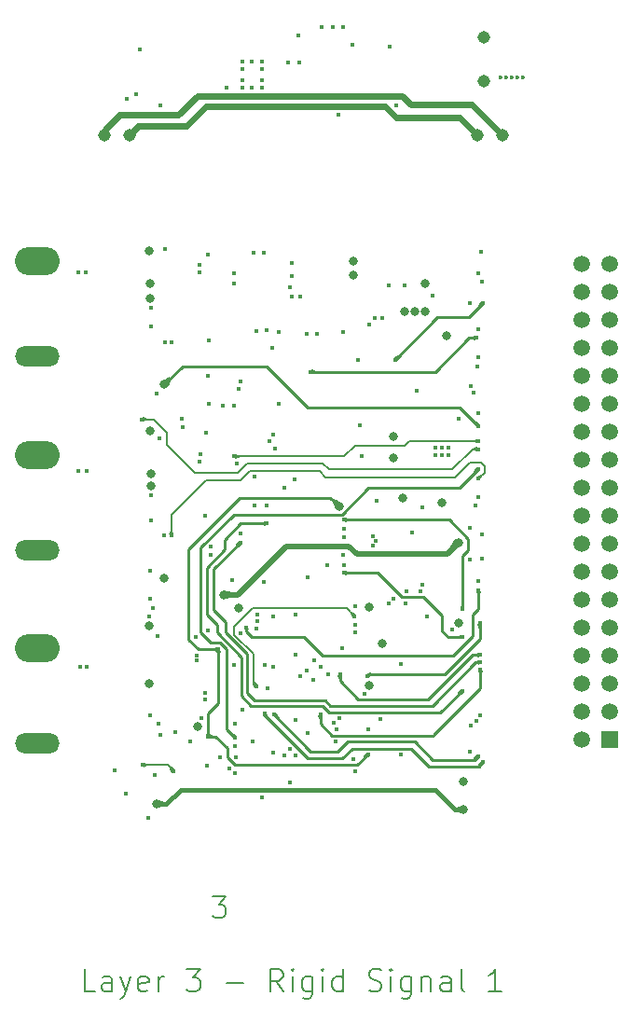
<source format=gbr>
%TF.GenerationSoftware,KiCad,Pcbnew,8.0.2*%
%TF.CreationDate,2024-10-13T20:55:12-05:00*%
%TF.ProjectId,PM1C_Rev_1_2,504d3143-5f52-4657-965f-315f322e6b69,1*%
%TF.SameCoordinates,PX297003ePY8770cd2*%
%TF.FileFunction,Copper,L3,Inr*%
%TF.FilePolarity,Positive*%
%FSLAX46Y46*%
G04 Gerber Fmt 4.6, Leading zero omitted, Abs format (unit mm)*
G04 Created by KiCad (PCBNEW 8.0.2) date 2024-10-13 20:55:12*
%MOMM*%
%LPD*%
G01*
G04 APERTURE LIST*
%ADD10C,0.200000*%
%TA.AperFunction,NonConductor*%
%ADD11C,0.200000*%
%TD*%
%TA.AperFunction,ComponentPad*%
%ADD12O,4.064000X2.540000*%
%TD*%
%TA.AperFunction,ComponentPad*%
%ADD13O,4.064000X1.828800*%
%TD*%
%TA.AperFunction,ComponentPad*%
%ADD14R,1.500000X1.500000*%
%TD*%
%TA.AperFunction,ComponentPad*%
%ADD15C,1.500000*%
%TD*%
%TA.AperFunction,ComponentPad*%
%ADD16C,0.800000*%
%TD*%
%TA.AperFunction,ComponentPad*%
%ADD17C,1.143000*%
%TD*%
%TA.AperFunction,ComponentPad*%
%ADD18C,1.141748*%
%TD*%
%TA.AperFunction,ViaPad*%
%ADD19C,0.450000*%
%TD*%
%TA.AperFunction,ViaPad*%
%ADD20C,0.800000*%
%TD*%
%TA.AperFunction,ViaPad*%
%ADD21C,0.360000*%
%TD*%
%TA.AperFunction,Conductor*%
%ADD22C,0.254000*%
%TD*%
%TA.AperFunction,Conductor*%
%ADD23C,0.200000*%
%TD*%
%TA.AperFunction,Conductor*%
%ADD24C,0.250000*%
%TD*%
%TA.AperFunction,Conductor*%
%ADD25C,0.400000*%
%TD*%
%TA.AperFunction,Conductor*%
%ADD26C,0.600000*%
%TD*%
%TA.AperFunction,Conductor*%
%ADD27C,0.500000*%
%TD*%
G04 APERTURE END LIST*
D10*
D11*
X17761954Y-3699513D02*
X16809573Y-3699513D01*
X16809573Y-3699513D02*
X16809573Y-1699513D01*
X19285764Y-3699513D02*
X19285764Y-2651894D01*
X19285764Y-2651894D02*
X19190526Y-2461417D01*
X19190526Y-2461417D02*
X19000050Y-2366179D01*
X19000050Y-2366179D02*
X18619097Y-2366179D01*
X18619097Y-2366179D02*
X18428621Y-2461417D01*
X19285764Y-3604275D02*
X19095288Y-3699513D01*
X19095288Y-3699513D02*
X18619097Y-3699513D01*
X18619097Y-3699513D02*
X18428621Y-3604275D01*
X18428621Y-3604275D02*
X18333383Y-3413798D01*
X18333383Y-3413798D02*
X18333383Y-3223322D01*
X18333383Y-3223322D02*
X18428621Y-3032846D01*
X18428621Y-3032846D02*
X18619097Y-2937608D01*
X18619097Y-2937608D02*
X19095288Y-2937608D01*
X19095288Y-2937608D02*
X19285764Y-2842370D01*
X20047669Y-2366179D02*
X20523859Y-3699513D01*
X21000050Y-2366179D02*
X20523859Y-3699513D01*
X20523859Y-3699513D02*
X20333383Y-4175703D01*
X20333383Y-4175703D02*
X20238145Y-4270941D01*
X20238145Y-4270941D02*
X20047669Y-4366179D01*
X22523860Y-3604275D02*
X22333384Y-3699513D01*
X22333384Y-3699513D02*
X21952431Y-3699513D01*
X21952431Y-3699513D02*
X21761955Y-3604275D01*
X21761955Y-3604275D02*
X21666717Y-3413798D01*
X21666717Y-3413798D02*
X21666717Y-2651894D01*
X21666717Y-2651894D02*
X21761955Y-2461417D01*
X21761955Y-2461417D02*
X21952431Y-2366179D01*
X21952431Y-2366179D02*
X22333384Y-2366179D01*
X22333384Y-2366179D02*
X22523860Y-2461417D01*
X22523860Y-2461417D02*
X22619098Y-2651894D01*
X22619098Y-2651894D02*
X22619098Y-2842370D01*
X22619098Y-2842370D02*
X21666717Y-3032846D01*
X23476241Y-3699513D02*
X23476241Y-2366179D01*
X23476241Y-2747132D02*
X23571479Y-2556655D01*
X23571479Y-2556655D02*
X23666717Y-2461417D01*
X23666717Y-2461417D02*
X23857193Y-2366179D01*
X23857193Y-2366179D02*
X24047670Y-2366179D01*
X26047670Y-1699513D02*
X27285765Y-1699513D01*
X27285765Y-1699513D02*
X26619098Y-2461417D01*
X26619098Y-2461417D02*
X26904813Y-2461417D01*
X26904813Y-2461417D02*
X27095289Y-2556655D01*
X27095289Y-2556655D02*
X27190527Y-2651894D01*
X27190527Y-2651894D02*
X27285765Y-2842370D01*
X27285765Y-2842370D02*
X27285765Y-3318560D01*
X27285765Y-3318560D02*
X27190527Y-3509036D01*
X27190527Y-3509036D02*
X27095289Y-3604275D01*
X27095289Y-3604275D02*
X26904813Y-3699513D01*
X26904813Y-3699513D02*
X26333384Y-3699513D01*
X26333384Y-3699513D02*
X26142908Y-3604275D01*
X26142908Y-3604275D02*
X26047670Y-3509036D01*
X29666718Y-2937608D02*
X31190528Y-2937608D01*
X34809575Y-3699513D02*
X34142908Y-2747132D01*
X33666718Y-3699513D02*
X33666718Y-1699513D01*
X33666718Y-1699513D02*
X34428623Y-1699513D01*
X34428623Y-1699513D02*
X34619099Y-1794751D01*
X34619099Y-1794751D02*
X34714337Y-1889989D01*
X34714337Y-1889989D02*
X34809575Y-2080465D01*
X34809575Y-2080465D02*
X34809575Y-2366179D01*
X34809575Y-2366179D02*
X34714337Y-2556655D01*
X34714337Y-2556655D02*
X34619099Y-2651894D01*
X34619099Y-2651894D02*
X34428623Y-2747132D01*
X34428623Y-2747132D02*
X33666718Y-2747132D01*
X35666718Y-3699513D02*
X35666718Y-2366179D01*
X35666718Y-1699513D02*
X35571480Y-1794751D01*
X35571480Y-1794751D02*
X35666718Y-1889989D01*
X35666718Y-1889989D02*
X35761956Y-1794751D01*
X35761956Y-1794751D02*
X35666718Y-1699513D01*
X35666718Y-1699513D02*
X35666718Y-1889989D01*
X37476242Y-2366179D02*
X37476242Y-3985227D01*
X37476242Y-3985227D02*
X37381004Y-4175703D01*
X37381004Y-4175703D02*
X37285766Y-4270941D01*
X37285766Y-4270941D02*
X37095289Y-4366179D01*
X37095289Y-4366179D02*
X36809575Y-4366179D01*
X36809575Y-4366179D02*
X36619099Y-4270941D01*
X37476242Y-3604275D02*
X37285766Y-3699513D01*
X37285766Y-3699513D02*
X36904813Y-3699513D01*
X36904813Y-3699513D02*
X36714337Y-3604275D01*
X36714337Y-3604275D02*
X36619099Y-3509036D01*
X36619099Y-3509036D02*
X36523861Y-3318560D01*
X36523861Y-3318560D02*
X36523861Y-2747132D01*
X36523861Y-2747132D02*
X36619099Y-2556655D01*
X36619099Y-2556655D02*
X36714337Y-2461417D01*
X36714337Y-2461417D02*
X36904813Y-2366179D01*
X36904813Y-2366179D02*
X37285766Y-2366179D01*
X37285766Y-2366179D02*
X37476242Y-2461417D01*
X38428623Y-3699513D02*
X38428623Y-2366179D01*
X38428623Y-1699513D02*
X38333385Y-1794751D01*
X38333385Y-1794751D02*
X38428623Y-1889989D01*
X38428623Y-1889989D02*
X38523861Y-1794751D01*
X38523861Y-1794751D02*
X38428623Y-1699513D01*
X38428623Y-1699513D02*
X38428623Y-1889989D01*
X40238147Y-3699513D02*
X40238147Y-1699513D01*
X40238147Y-3604275D02*
X40047671Y-3699513D01*
X40047671Y-3699513D02*
X39666718Y-3699513D01*
X39666718Y-3699513D02*
X39476242Y-3604275D01*
X39476242Y-3604275D02*
X39381004Y-3509036D01*
X39381004Y-3509036D02*
X39285766Y-3318560D01*
X39285766Y-3318560D02*
X39285766Y-2747132D01*
X39285766Y-2747132D02*
X39381004Y-2556655D01*
X39381004Y-2556655D02*
X39476242Y-2461417D01*
X39476242Y-2461417D02*
X39666718Y-2366179D01*
X39666718Y-2366179D02*
X40047671Y-2366179D01*
X40047671Y-2366179D02*
X40238147Y-2461417D01*
X42619100Y-3604275D02*
X42904814Y-3699513D01*
X42904814Y-3699513D02*
X43381005Y-3699513D01*
X43381005Y-3699513D02*
X43571481Y-3604275D01*
X43571481Y-3604275D02*
X43666719Y-3509036D01*
X43666719Y-3509036D02*
X43761957Y-3318560D01*
X43761957Y-3318560D02*
X43761957Y-3128084D01*
X43761957Y-3128084D02*
X43666719Y-2937608D01*
X43666719Y-2937608D02*
X43571481Y-2842370D01*
X43571481Y-2842370D02*
X43381005Y-2747132D01*
X43381005Y-2747132D02*
X43000052Y-2651894D01*
X43000052Y-2651894D02*
X42809576Y-2556655D01*
X42809576Y-2556655D02*
X42714338Y-2461417D01*
X42714338Y-2461417D02*
X42619100Y-2270941D01*
X42619100Y-2270941D02*
X42619100Y-2080465D01*
X42619100Y-2080465D02*
X42714338Y-1889989D01*
X42714338Y-1889989D02*
X42809576Y-1794751D01*
X42809576Y-1794751D02*
X43000052Y-1699513D01*
X43000052Y-1699513D02*
X43476243Y-1699513D01*
X43476243Y-1699513D02*
X43761957Y-1794751D01*
X44619100Y-3699513D02*
X44619100Y-2366179D01*
X44619100Y-1699513D02*
X44523862Y-1794751D01*
X44523862Y-1794751D02*
X44619100Y-1889989D01*
X44619100Y-1889989D02*
X44714338Y-1794751D01*
X44714338Y-1794751D02*
X44619100Y-1699513D01*
X44619100Y-1699513D02*
X44619100Y-1889989D01*
X46428624Y-2366179D02*
X46428624Y-3985227D01*
X46428624Y-3985227D02*
X46333386Y-4175703D01*
X46333386Y-4175703D02*
X46238148Y-4270941D01*
X46238148Y-4270941D02*
X46047671Y-4366179D01*
X46047671Y-4366179D02*
X45761957Y-4366179D01*
X45761957Y-4366179D02*
X45571481Y-4270941D01*
X46428624Y-3604275D02*
X46238148Y-3699513D01*
X46238148Y-3699513D02*
X45857195Y-3699513D01*
X45857195Y-3699513D02*
X45666719Y-3604275D01*
X45666719Y-3604275D02*
X45571481Y-3509036D01*
X45571481Y-3509036D02*
X45476243Y-3318560D01*
X45476243Y-3318560D02*
X45476243Y-2747132D01*
X45476243Y-2747132D02*
X45571481Y-2556655D01*
X45571481Y-2556655D02*
X45666719Y-2461417D01*
X45666719Y-2461417D02*
X45857195Y-2366179D01*
X45857195Y-2366179D02*
X46238148Y-2366179D01*
X46238148Y-2366179D02*
X46428624Y-2461417D01*
X47381005Y-2366179D02*
X47381005Y-3699513D01*
X47381005Y-2556655D02*
X47476243Y-2461417D01*
X47476243Y-2461417D02*
X47666719Y-2366179D01*
X47666719Y-2366179D02*
X47952434Y-2366179D01*
X47952434Y-2366179D02*
X48142910Y-2461417D01*
X48142910Y-2461417D02*
X48238148Y-2651894D01*
X48238148Y-2651894D02*
X48238148Y-3699513D01*
X50047672Y-3699513D02*
X50047672Y-2651894D01*
X50047672Y-2651894D02*
X49952434Y-2461417D01*
X49952434Y-2461417D02*
X49761958Y-2366179D01*
X49761958Y-2366179D02*
X49381005Y-2366179D01*
X49381005Y-2366179D02*
X49190529Y-2461417D01*
X50047672Y-3604275D02*
X49857196Y-3699513D01*
X49857196Y-3699513D02*
X49381005Y-3699513D01*
X49381005Y-3699513D02*
X49190529Y-3604275D01*
X49190529Y-3604275D02*
X49095291Y-3413798D01*
X49095291Y-3413798D02*
X49095291Y-3223322D01*
X49095291Y-3223322D02*
X49190529Y-3032846D01*
X49190529Y-3032846D02*
X49381005Y-2937608D01*
X49381005Y-2937608D02*
X49857196Y-2937608D01*
X49857196Y-2937608D02*
X50047672Y-2842370D01*
X51285767Y-3699513D02*
X51095291Y-3604275D01*
X51095291Y-3604275D02*
X51000053Y-3413798D01*
X51000053Y-3413798D02*
X51000053Y-1699513D01*
X54619101Y-3699513D02*
X53476244Y-3699513D01*
X54047672Y-3699513D02*
X54047672Y-1699513D01*
X54047672Y-1699513D02*
X53857196Y-1985227D01*
X53857196Y-1985227D02*
X53666720Y-2175703D01*
X53666720Y-2175703D02*
X53476244Y-2270941D01*
D10*
D11*
X28392292Y4955162D02*
X29630387Y4955162D01*
X29630387Y4955162D02*
X28963720Y4193258D01*
X28963720Y4193258D02*
X29249435Y4193258D01*
X29249435Y4193258D02*
X29439911Y4098020D01*
X29439911Y4098020D02*
X29535149Y4002781D01*
X29535149Y4002781D02*
X29630387Y3812305D01*
X29630387Y3812305D02*
X29630387Y3336115D01*
X29630387Y3336115D02*
X29535149Y3145639D01*
X29535149Y3145639D02*
X29439911Y3050400D01*
X29439911Y3050400D02*
X29249435Y2955162D01*
X29249435Y2955162D02*
X28678006Y2955162D01*
X28678006Y2955162D02*
X28487530Y3050400D01*
X28487530Y3050400D02*
X28392292Y3145639D01*
D12*
%TO.N,Net-(BAT2-+)*%
%TO.C,BAT2*%
X12528200Y45005150D03*
D13*
%TO.N,Net-(BAT2--)*%
X12528200Y36362750D03*
%TD*%
D12*
%TO.N,Net-(BAT1-+)*%
%TO.C,BAT1*%
X12511180Y62601390D03*
D13*
%TO.N,Net-(BAT1--)*%
X12511180Y53958990D03*
%TD*%
D14*
%TO.N,/Test Points/RXCAN*%
%TO.C,H1*%
X64517200Y19142830D03*
D15*
%TO.N,3V3*%
X61977200Y19142830D03*
%TO.N,/Test Points/TXCAN*%
X64517200Y21682830D03*
%TO.N,GND*%
X61977200Y21682830D03*
%TO.N,/Test Points/SCK0*%
X64517200Y24222830D03*
%TO.N,TCK_CPLD*%
X61977200Y24222830D03*
%TO.N,/Test Points/MOSI0*%
X64517200Y26762830D03*
%TO.N,TDO_CPLD*%
X61977200Y26762830D03*
%TO.N,/Test Points/MISO0*%
X64517200Y29302830D03*
%TO.N,TDI_CPLD*%
X61977200Y29302830D03*
%TO.N,/Test Points/SCK1*%
X64517200Y31842830D03*
%TO.N,TMS_CPLD*%
X61977200Y31842830D03*
%TO.N,/Test Points/MOSI1*%
X64517200Y34382830D03*
%TO.N,/Test Points/TXD0*%
X61977200Y34382830D03*
%TO.N,/Test Points/MISO1*%
X64517200Y36922830D03*
%TO.N,/Test Points/RXD0*%
X61977200Y36922830D03*
%TO.N,GND*%
X64517200Y39462830D03*
X61977200Y39462830D03*
%TO.N,/I2C Multiplexing/SCLOCK*%
X64517200Y42002830D03*
%TO.N,nRESET*%
X61977200Y42002830D03*
%TO.N,/I2C Multiplexing/SDATA*%
X64517200Y44542830D03*
%TO.N,nDRESET*%
X61977200Y44542830D03*
%TO.N,VSYS*%
X64517200Y47082830D03*
%TO.N,nBOOT*%
X61977200Y47082830D03*
%TO.N,VSUPPLY*%
X64517200Y49622830D03*
%TO.N,/Microcontroller/nTRST_LPC*%
X61977200Y49622830D03*
%TO.N,VNET*%
X64517200Y52162830D03*
%TO.N,/Microcontroller/TCK_LPC*%
X61977200Y52162830D03*
%TO.N,n3V3*%
X64517200Y54702830D03*
%TO.N,/Microcontroller/TMS_LPC*%
X61977200Y54702830D03*
%TO.N,1V8*%
X64517200Y57242830D03*
%TO.N,/Microcontroller/TDO_LPC*%
X61977200Y57242830D03*
%TO.N,VREC*%
X64517200Y59782830D03*
%TO.N,/Microcontroller/TDI_LPC*%
X61977200Y59782830D03*
%TO.N,GND*%
X64517200Y62322830D03*
%TO.N,/Microcontroller/RTCK_LPC*%
X61977200Y62322830D03*
%TD*%
D12*
%TO.N,Net-(BAT3-+)*%
%TO.C,BAT3*%
X12528200Y27428350D03*
D13*
%TO.N,Net-(BAT3--)*%
X12528200Y18785950D03*
%TD*%
D16*
%TO.N,Net-(U1-IN+)*%
%TO.C,RV1*%
X41234900Y61265290D03*
%TO.N,GND*%
X41234900Y62535290D03*
%TD*%
D17*
%TO.N,BUSA*%
%TO.C,J1*%
X54749600Y74029700D03*
%TO.N,BUSB*%
X52459600Y74029700D03*
X20859600Y74029700D03*
D18*
%TO.N,BUSA*%
X18572137Y74027305D03*
D17*
%TO.N,RADANT*%
X53039600Y78929700D03*
%TO.N,ENCL*%
X53034600Y82929700D03*
%TD*%
D19*
%TO.N,nRESET*%
X46952200Y50815350D03*
X40177200Y27415350D03*
X29977200Y16540350D03*
X44827200Y31944700D03*
X52527200Y41150350D03*
%TO.N,/Microcontroller/LOAD_AN*%
X33927200Y25761340D03*
%TO.N,VNET*%
X41777200Y47665350D03*
X52427200Y53009840D03*
X41640860Y53565360D03*
X33537200Y46240350D03*
X47877200Y30340350D03*
%TO.N,/Microcontroller/RTCK_LPC*%
X52527200Y61470350D03*
X39400000Y20640350D03*
%TO.N,/CPLD/DISCHG*%
X35852200Y42790350D03*
X34927200Y17740350D03*
%TO.N,/Battery 1 Conditioning/nSHDNBT1*%
X27806530Y47015350D03*
X32045000Y19005000D03*
%TO.N,/Test Points/TXD0*%
X39630000Y18935000D03*
X52527200Y33530350D03*
%TO.N,Net-(U46-VDDA_(1V8))*%
X42527200Y17815470D03*
D20*
X39902200Y40315350D03*
D19*
X27999325Y19403922D03*
X28927200Y27315350D03*
%TO.N,/Battery 3 Conditioning/nSHDNCHG3*%
X27766538Y22786437D03*
X38902200Y25065350D03*
%TO.N,TMS_CPLD*%
X40327200Y39090350D03*
X51107200Y30990350D03*
%TO.N,/I2C Multiplexing/SCLOCK*%
X24677400Y37688350D03*
X43827200Y57390350D03*
X26349570Y18949794D03*
X37002200Y55990350D03*
X39931210Y21065350D03*
X44429600Y31484700D03*
X52527200Y42809840D03*
X20624600Y77304700D03*
X30402200Y60565350D03*
X24704570Y55179794D03*
%TO.N,/I2C Multiplexing/SDATA*%
X24877200Y16290350D03*
X30402200Y61440350D03*
X52527200Y45509840D03*
X42193426Y23331574D03*
X21449600Y77754700D03*
X43127200Y57390350D03*
X23489570Y20539794D03*
X21984570Y48219794D03*
X23024570Y31119794D03*
X22024570Y16849794D03*
X45944600Y31504700D03*
X37902200Y55976780D03*
%TO.N,TDO_CPLD*%
X52727200Y26159840D03*
X30927200Y37040350D03*
%TO.N,3V3*%
X22577200Y12000350D03*
X21827200Y81759840D03*
X22834570Y58309794D03*
X32164700Y63325350D03*
X22834570Y41359794D03*
X36402200Y59340350D03*
X41227200Y17390350D03*
X44427200Y60390350D03*
X45477200Y25975350D03*
X40309570Y34957030D03*
X27909570Y16749794D03*
X32465000Y29865000D03*
X27975060Y29088210D03*
X22659570Y30334794D03*
X22724570Y34488232D03*
X41977200Y44915350D03*
X42602200Y56840350D03*
D20*
X49277200Y40615350D03*
D19*
X29695000Y78290350D03*
X30977200Y28825350D03*
X25577200Y48290350D03*
X51817200Y18000350D03*
X28277200Y35940350D03*
X23709570Y19569794D03*
X23344570Y50559794D03*
X45552200Y17790350D03*
X27975060Y63140350D03*
X33818160Y54740350D03*
%TO.N,TDI_CPLD*%
X51107200Y28450350D03*
X40317890Y34290350D03*
%TO.N,/Microcontroller/TCK_LPC*%
X35927200Y20915350D03*
X31152200Y21815350D03*
X51827200Y51259840D03*
%TO.N,TCK_CPLD*%
X51077200Y23559840D03*
X33352200Y38765350D03*
%TO.N,/Microcontroller/THRM*%
X36402200Y24865350D03*
%TO.N,nBOOT*%
X52527200Y46230350D03*
X33177200Y25890350D03*
X30377200Y44840350D03*
%TO.N,/Battery 1 Conditioning/nSHDNCHG1*%
X33927200Y17915350D03*
X28045000Y55340350D03*
%TO.N,/Microcontroller/TMS_LPC*%
X52527200Y53850350D03*
X30402200Y25890350D03*
%TO.N,/Microcontroller/nTRST_LPC*%
X42527080Y20065350D03*
X52527200Y48770350D03*
%TO.N,/Microcontroller/TDO_LPC*%
X52527200Y56390350D03*
X30452200Y18565350D03*
%TO.N,/Microcontroller/nCSRAM*%
X37027200Y19725350D03*
%TO.N,/Test Points/SCK1*%
X29377200Y49459840D03*
X31500000Y29340350D03*
X52577200Y32709840D03*
X39302330Y83865190D03*
%TO.N,/Test Points/MISO0*%
X42453425Y24941575D03*
X52677200Y29709840D03*
X37577200Y24565350D03*
%TO.N,/Battery 2 Conditioning/nSHDNCHG2*%
X35927200Y30465350D03*
X27752200Y39475000D03*
%TO.N,/Battery 3 Conditioning/nSHDNBT3*%
X37602200Y26300350D03*
%TO.N,RADINT0*%
X32430000Y29235000D03*
X36247130Y80590190D03*
%TO.N,/Microcontroller/nCSFLA*%
X36972210Y25366190D03*
%TO.N,/Battery 2 Conditioning/nSHDNBT2*%
X30180000Y33630000D03*
X35927200Y26840350D03*
%TO.N,/Microcontroller/SSEL1*%
X29077200Y17540350D03*
%TO.N,/Microcontroller/ACCINT*%
X32450000Y30510000D03*
X23699600Y76739700D03*
%TO.N,/Microcontroller/TDI_LPC*%
X30452200Y20565350D03*
X51817039Y58797263D03*
X41352200Y16290350D03*
%TO.N,nCSRAD*%
X35247130Y80590190D03*
X35477200Y60209840D03*
X41352200Y29565350D03*
%TO.N,/Microcontroller/PWMBT*%
X33927200Y46840350D03*
X41352200Y28840350D03*
%TO.N,/Battery 1 Conditioning/SDATA1*%
X22827200Y56634794D03*
%TO.N,/Battery 1 Conditioning/SCLOCK1*%
X24099570Y55194794D03*
%TO.N,/Battery 2 Conditioning/SDATA2*%
X22827200Y39064794D03*
%TO.N,/Battery 2 Conditioning/SCLOCK2*%
X23994570Y37674794D03*
%TO.N,/CPLD/SCKSEL3*%
X30927200Y37865350D03*
X27429570Y21069465D03*
%TO.N,/Battery 3 Conditioning/SDATA3*%
X22750670Y21313294D03*
%TO.N,/Battery 3 Conditioning/SCLOCK3*%
X24989570Y19849794D03*
%TO.N,Net-(C10-Pad1)*%
X43330000Y40775000D03*
X28252200Y36665350D03*
D20*
X45702200Y41040350D03*
D19*
X41352200Y31215350D03*
X34077200Y45540350D03*
%TO.N,/CPLD/nPHB*%
X40327200Y38290350D03*
X30927200Y51640350D03*
%TO.N,/CPLD/CKCPLD*%
X26853775Y28463775D03*
X37052200Y33840350D03*
%TO.N,/Battery 3 Conditioning/DISCHG3*%
X20577200Y14200350D03*
X30577200Y44190430D03*
%TO.N,/CPLD/SNSEN*%
X40327200Y37490350D03*
X40302200Y56105350D03*
%TO.N,/Battery 1 Conditioning/DISCHG1*%
X25727200Y47515350D03*
%TO.N,/CPLD/nSENSE*%
X30777200Y50940350D03*
X40277200Y35890350D03*
%TO.N,/Battery 2 Conditioning/DISCHG2*%
X32252120Y43015430D03*
X22777200Y31913230D03*
%TO.N,/Test Points/SCK0*%
X52727200Y25509840D03*
X38227200Y21440350D03*
%TO.N,/Test Points/MISO1*%
X38302330Y83865240D03*
X34025000Y21417350D03*
X52527200Y17650350D03*
X52904570Y37774794D03*
%TO.N,/Test Points/RXCAN*%
X51825000Y20380000D03*
X35427120Y18315350D03*
%TO.N,/Test Points/RXD0*%
X51754570Y35489794D03*
X39677200Y20065350D03*
%TO.N,/Test Points/MOSI0*%
X39977200Y25065350D03*
X52727200Y26809840D03*
%TO.N,n3V3*%
X52377200Y55609840D03*
X27985330Y52190350D03*
X35627200Y59340350D03*
X37277200Y52540350D03*
D20*
%TO.N,Net-(D6-C)*%
X42602200Y24065350D03*
%TO.N,Net-(D2-C)*%
X43852200Y27865350D03*
%TO.N,Net-(D10-A)*%
X49702200Y55815350D03*
%TO.N,Net-(U20-VIN)*%
X47727200Y60540350D03*
D19*
X45827200Y60390350D03*
X48427200Y59440350D03*
%TO.N,Net-(U38-~{CTL})*%
X19502200Y16385000D03*
%TO.N,/Battery 3 Conditioning/VBT3*%
X26938046Y26776872D03*
X26934570Y26329796D03*
X16974570Y25724794D03*
X16379570Y25719794D03*
X23144570Y15904794D03*
D20*
%TO.N,VSYS*%
X23302200Y13300350D03*
X51177200Y12800350D03*
D19*
X32388183Y23996704D03*
D20*
X24052400Y33813230D03*
D19*
X32352200Y56215350D03*
X52560000Y47625000D03*
X41304600Y30334700D03*
X32227200Y40390350D03*
D20*
X24052400Y51390230D03*
D19*
%TO.N,/Battery 2 Conditioning/VBT2*%
X27252320Y44334794D03*
X16954570Y43499794D03*
X27277320Y45019794D03*
X16199570Y43499794D03*
%TO.N,/Battery 1 Conditioning/VBT1*%
X16259570Y61549794D03*
X27227200Y61544794D03*
X16909570Y61549794D03*
X27217200Y62196550D03*
D20*
%TO.N,Net-(U19-FB)*%
X44877200Y44740350D03*
%TO.N,Net-(U19-SW)*%
X44852200Y46690350D03*
D19*
%TO.N,Net-(U40-G1)*%
X30515000Y17565000D03*
X33433420Y23804794D03*
%TO.N,Net-(U32-G1)*%
X33077200Y33465350D03*
X33302200Y40390350D03*
%TO.N,Net-(U24-G1)*%
X33328425Y56291575D03*
X30327200Y49459840D03*
%TO.N,/Test Points/TXCAN*%
X35917890Y17740350D03*
X52727200Y21309840D03*
%TO.N,/Test Points/MOSI1*%
X52914570Y35609794D03*
X40302200Y83865350D03*
X52969570Y17079794D03*
X34902200Y42040350D03*
X33132729Y21513509D03*
%TO.N,Net-(D2-A)*%
X50164700Y29127850D03*
%TO.N,GND*%
X52277200Y40409840D03*
X52804570Y63384794D03*
D20*
X45827200Y58040350D03*
D19*
X31993160Y78290350D03*
D20*
X42614600Y31149700D03*
D19*
X23377200Y28507030D03*
D20*
X22719570Y60579794D03*
D19*
X48629190Y44991140D03*
X33052200Y63300350D03*
D20*
X22827200Y43234794D03*
D19*
X49854190Y44991140D03*
X48627200Y45662140D03*
X52377380Y20814039D03*
X49252200Y45662140D03*
X31093160Y78290350D03*
X49852200Y45662140D03*
X49254190Y44991140D03*
D20*
X46777200Y58040350D03*
D19*
X24079570Y63649794D03*
D20*
X30765000Y31080000D03*
D19*
X31093160Y78990350D03*
D20*
X47727200Y58040350D03*
D19*
X51817200Y38335350D03*
X32893160Y78290350D03*
D20*
X27084570Y20369794D03*
D19*
X32893160Y78990350D03*
X23569570Y46504794D03*
D21*
%TO.N,COMRF*%
X56577450Y79240470D03*
X55077450Y79240470D03*
D19*
X32893160Y80690350D03*
D21*
X55577450Y79240470D03*
X56077450Y79240470D03*
X54577450Y79240470D03*
D19*
X31093160Y80690350D03*
X32893160Y79990350D03*
X31993160Y80690350D03*
X31093160Y79990350D03*
D20*
%TO.N,Net-(BAT1--)*%
X22719570Y59179794D03*
D19*
%TO.N,BUSB*%
X35602200Y61240350D03*
X28036510Y49655350D03*
%TO.N,BUSA*%
X35602200Y62365350D03*
X34437200Y49650350D03*
X34437200Y56109840D03*
D20*
%TO.N,Net-(BAT2--)*%
X22827200Y42134759D03*
D19*
%TO.N,3V3RF*%
X39852200Y75900350D03*
X45052200Y76750350D03*
X41077200Y82240350D03*
X36240000Y83025000D03*
X44477200Y82040350D03*
%TO.N,1V8*%
X45015510Y53640350D03*
X52964570Y58734794D03*
%TO.N,/Thermister & Digital Peripheral System/3V3MEM*%
X38827200Y34957030D03*
X38242210Y25711360D03*
%TO.N,Net-(U16-MODE)*%
X47505000Y33220000D03*
X46565000Y37980000D03*
%TO.N,Net-(U16-VOUT)*%
X47454200Y40265350D03*
X42958200Y37590350D03*
X42958200Y36740350D03*
X43258200Y37165350D03*
D20*
%TO.N,Net-(BAT3--)*%
X22689570Y24189794D03*
%TO.N,Net-(BAT3-+)*%
X22674570Y29459794D03*
%TO.N,Net-(BAT1-+)*%
X22634570Y63549794D03*
%TO.N,Net-(BAT2-+)*%
X22774570Y47134794D03*
D19*
%TO.N,Net-(U16-SW1)*%
X47252200Y32590350D03*
%TO.N,Net-(U16-SW2)*%
X46002200Y32590350D03*
%TO.N,nDRESET*%
X52527200Y43690350D03*
X30452200Y19315450D03*
X30427200Y16109840D03*
D20*
%TO.N,VREC*%
X50795000Y29735000D03*
X51177200Y15325350D03*
D19*
X52874570Y60729794D03*
X32877200Y13900350D03*
D20*
%TO.N,VSUPPLY*%
X29405000Y32305000D03*
D19*
X52127200Y50609840D03*
D20*
X50749000Y37040350D03*
D19*
X50727200Y48259840D03*
%TO.N,Net-(U46-VDDA_(3V3))*%
X43677200Y20965350D03*
X33927200Y30290350D03*
X35427120Y15265350D03*
X27725000Y23385000D03*
%TD*%
D22*
%TO.N,Net-(U46-VDDA_(1V8))*%
X39902200Y40315350D02*
X39117200Y41100350D01*
X28934570Y27307980D02*
X28927200Y27315350D01*
X26227200Y36450350D02*
X26227200Y28207164D01*
X27999325Y19403922D02*
X28706078Y19403922D01*
X28706078Y19403922D02*
X29765000Y18345000D01*
X29765000Y18345000D02*
X29765000Y17549364D01*
X30877200Y41100350D02*
X26227200Y36450350D01*
X28934570Y22403044D02*
X28934570Y27307980D01*
X30459364Y16855000D02*
X41566730Y16855000D01*
X28019570Y21488044D02*
X28934570Y22403044D01*
X28019570Y19424167D02*
X28019570Y21488044D01*
X39117200Y41100350D02*
X30877200Y41100350D01*
X26227200Y28207164D02*
X27119014Y27315350D01*
X29765000Y17549364D02*
X30459364Y16855000D01*
X27999325Y19403922D02*
X28019570Y19424167D01*
X41566730Y16855000D02*
X42527200Y17815470D01*
X27119014Y27315350D02*
X28927200Y27315350D01*
%TO.N,TMS_CPLD*%
X51627200Y37375350D02*
X49912200Y39090350D01*
X49912200Y39090350D02*
X40327200Y39090350D01*
X51627200Y36342424D02*
X51627200Y37375350D01*
X51107200Y35822424D02*
X51627200Y36342424D01*
X51107200Y30990350D02*
X51107200Y35822424D01*
D23*
%TO.N,/I2C Multiplexing/SCLOCK*%
X24677400Y37688350D02*
X24677400Y39517624D01*
X53102200Y43384840D02*
X52527200Y42809840D01*
X30977200Y42675350D02*
X31827200Y43525350D01*
X31827200Y43525350D02*
X38137250Y43525350D01*
X38137250Y43525350D02*
X38687250Y42975350D01*
X24677400Y39517624D02*
X27835126Y42675350D01*
X52769570Y44314794D02*
X53102200Y43982164D01*
X38687250Y42975350D02*
X50452200Y42975350D01*
X53102200Y43982164D02*
X53102200Y43384840D01*
X27835126Y42675350D02*
X30977200Y42675350D01*
X50452200Y42975350D02*
X51791644Y44314794D01*
X51791644Y44314794D02*
X52769570Y44314794D01*
%TO.N,/I2C Multiplexing/SDATA*%
X24334570Y16849794D02*
X22024570Y16849794D01*
X24264570Y45909794D02*
X24264570Y47014794D01*
X52527200Y45509840D02*
X51996740Y45509840D01*
X38977200Y43675350D02*
X38427200Y44225350D01*
X50162250Y43675350D02*
X38977200Y43675350D01*
X51996740Y45509840D02*
X50162250Y43675350D01*
X23059570Y48219794D02*
X21984570Y48219794D01*
X24264570Y47014794D02*
X23059570Y48219794D01*
X26799014Y43375350D02*
X24264570Y45909794D01*
X24877200Y16307164D02*
X24334570Y16849794D01*
X24877200Y16290350D02*
X24877200Y16307164D01*
X38427200Y44225350D02*
X31537250Y44225350D01*
X30687250Y43375350D02*
X26799014Y43375350D01*
X31537250Y44225350D02*
X30687250Y43375350D01*
D24*
%TO.N,TDO_CPLD*%
X31525000Y26890000D02*
X31525000Y23369300D01*
X39102200Y22225350D02*
X48352200Y22225350D01*
X30927200Y37040350D02*
X28527200Y34640350D01*
X28527200Y30877800D02*
X29565000Y29840000D01*
X32193950Y22700350D02*
X38627200Y22700350D01*
X29565000Y29840000D02*
X29565000Y28850000D01*
X38627200Y22700350D02*
X39102200Y22225350D01*
X52286690Y26159840D02*
X52727200Y26159840D01*
X29565000Y28850000D02*
X31525000Y26890000D01*
X31525000Y23369300D02*
X32193950Y22700350D01*
X48352200Y22225350D02*
X52286690Y26159840D01*
X28527200Y34640350D02*
X28527200Y30877800D01*
D22*
%TO.N,TDI_CPLD*%
X40317890Y34290350D02*
X43374650Y34290350D01*
X49814650Y28450350D02*
X51107200Y28450350D01*
X43374650Y34290350D02*
X45600000Y32065000D01*
X47589300Y32065000D02*
X49270200Y30384100D01*
X45600000Y32065000D02*
X47589300Y32065000D01*
X49270200Y28994800D02*
X49814650Y28450350D01*
X49270200Y30384100D02*
X49270200Y28994800D01*
%TO.N,TCK_CPLD*%
X33352200Y38765350D02*
X30992200Y38765350D01*
X27865000Y30459364D02*
X28795000Y29529364D01*
X31915300Y22199700D02*
X38402850Y22199700D01*
X30992200Y38765350D02*
X29527200Y37300350D01*
X38402850Y22199700D02*
X39012200Y21590350D01*
X39012200Y21590350D02*
X48842200Y21590350D01*
X28795000Y28872140D02*
X31035000Y26632140D01*
X27865000Y34713150D02*
X27865000Y30459364D01*
X29527200Y36375350D02*
X27865000Y34713150D01*
X28795000Y29529364D02*
X28795000Y28872140D01*
D24*
X48842200Y21590350D02*
X49107710Y21590350D01*
D22*
X29527200Y37300350D02*
X29527200Y36375350D01*
X31035000Y26632140D02*
X31035000Y23080000D01*
X31035000Y23080000D02*
X31915300Y22199700D01*
D24*
X49107710Y21590350D02*
X51077200Y23559840D01*
D23*
%TO.N,nBOOT*%
X45827200Y45800350D02*
X46257200Y46230350D01*
X41352200Y45800350D02*
X45827200Y45800350D01*
X40392190Y44840350D02*
X41352200Y45800350D01*
X30377200Y44840350D02*
X40392190Y44840350D01*
X46257200Y46230350D02*
X52527200Y46230350D01*
D22*
%TO.N,/Test Points/SCK1*%
X31500000Y29340350D02*
X31500000Y28952550D01*
X52052200Y30484840D02*
X52577200Y31009840D01*
X50252200Y26725350D02*
X52052200Y28525350D01*
X31500000Y28952550D02*
X31977200Y28475350D01*
D24*
X52577200Y31009840D02*
X52577200Y32709840D01*
D22*
X38427200Y26725350D02*
X50252200Y26725350D01*
X36677200Y28475350D02*
X38427200Y26725350D01*
X52052200Y28525350D02*
X52052200Y30484840D01*
X31977200Y28475350D02*
X36677200Y28475350D01*
D24*
%TO.N,/Test Points/MISO0*%
X52677200Y28275350D02*
X52677200Y29709840D01*
D22*
X42453425Y24941575D02*
X42602200Y25090350D01*
X42602200Y25090350D02*
X49492200Y25090350D01*
X49492200Y25090350D02*
X52677200Y28275350D01*
D24*
%TO.N,/Test Points/SCK0*%
X52727200Y23809840D02*
X52727200Y25509840D01*
D22*
X48437360Y19520000D02*
X48467710Y19550350D01*
D24*
X48467710Y19550350D02*
X52727200Y23809840D01*
D22*
X39277550Y19520000D02*
X48437360Y19520000D01*
X38227200Y20570350D02*
X39277550Y19520000D01*
X38227200Y21440350D02*
X38227200Y20570350D01*
%TO.N,/Test Points/MISO1*%
X34025000Y21417350D02*
X34025000Y21392550D01*
X34025000Y21392550D02*
X37342200Y18075350D01*
X39752200Y18075350D02*
X40656200Y18979350D01*
X46748100Y18979350D02*
X48427100Y17300350D01*
X40656200Y18979350D02*
X46748100Y18979350D01*
X37342200Y18075350D02*
X39752200Y18075350D01*
X52177200Y17300350D02*
X52527200Y17650350D01*
X48427100Y17300350D02*
X52177200Y17300350D01*
D24*
%TO.N,/Test Points/MOSI0*%
X52036690Y26809840D02*
X52727200Y26809840D01*
D22*
X39977200Y25065350D02*
X39977200Y24440350D01*
X48011644Y22784794D02*
X52036690Y26809840D01*
X41632756Y22784794D02*
X48011644Y22784794D01*
X39977200Y24440350D02*
X41632756Y22784794D01*
D24*
%TO.N,n3V3*%
X51727200Y55609840D02*
X52377200Y55609840D01*
D22*
X37277200Y52540350D02*
X48657700Y52540350D01*
D24*
X48657700Y52540350D02*
X51727200Y55609840D01*
D23*
%TO.N,VSYS*%
X32164700Y24220187D02*
X32164700Y26890300D01*
D25*
X24217710Y13300350D02*
X25527200Y14609840D01*
D24*
X33292080Y53050350D02*
X25712520Y53050350D01*
D23*
X32164700Y26890300D02*
X30389600Y28665400D01*
X40594600Y31044700D02*
X41304600Y30334700D01*
X32044600Y31044700D02*
X40594600Y31044700D01*
D25*
X48627200Y14609840D02*
X50436690Y12800350D01*
D23*
X30389600Y28665400D02*
X30389600Y29389700D01*
D24*
X52560000Y47625000D02*
X50859650Y49325350D01*
D25*
X23302200Y13300350D02*
X24217710Y13300350D01*
D24*
X37017080Y49325350D02*
X33292080Y53050350D01*
X25712520Y53050350D02*
X24052400Y51390230D01*
D23*
X30389600Y29389700D02*
X32044600Y31044700D01*
X32388183Y23996704D02*
X32164700Y24220187D01*
D25*
X50436690Y12800350D02*
X51177200Y12800350D01*
X25527200Y14609840D02*
X48627200Y14609840D01*
D24*
X50859650Y49325350D02*
X37017080Y49325350D01*
D22*
%TO.N,/Test Points/MOSI1*%
X40177200Y17425350D02*
X37067310Y17425350D01*
X52615126Y16725350D02*
X48077200Y16725350D01*
X33173200Y21319460D02*
X33173200Y21473038D01*
X46477200Y18325350D02*
X41077200Y18325350D01*
X52969570Y17079794D02*
X52615126Y16725350D01*
X37067310Y17425350D02*
X33173200Y21319460D01*
X48077200Y16725350D02*
X46477200Y18325350D01*
X41077200Y18325350D02*
X40177200Y17425350D01*
X33173200Y21473038D02*
X33132729Y21513509D01*
D26*
%TO.N,BUSB*%
X45120000Y75590000D02*
X44090000Y76620000D01*
X27823446Y76620000D02*
X26029231Y74825785D01*
X52449062Y74024035D02*
X52449062Y74028784D01*
X44090000Y76620000D02*
X27823446Y76620000D01*
X21650812Y74825785D02*
X20849062Y74024035D01*
X50887846Y75590000D02*
X45120000Y75590000D01*
X52449062Y74028784D02*
X50887846Y75590000D01*
X26029231Y74825785D02*
X21650812Y74825785D01*
%TO.N,BUSA*%
X46410000Y76780000D02*
X45608748Y77581252D01*
X19968582Y75845000D02*
X18572137Y74448555D01*
X45608748Y77581252D02*
X27046252Y77581252D01*
X27046252Y77581252D02*
X25310000Y75845000D01*
X51983097Y76780000D02*
X46410000Y76780000D01*
X18572137Y74448555D02*
X18572137Y74027305D01*
X25310000Y75845000D02*
X19968582Y75845000D01*
X54739062Y74024035D02*
X51983097Y76780000D01*
D24*
%TO.N,1V8*%
X51689616Y57459840D02*
X48835000Y57459840D01*
X52964570Y58734794D02*
X51689616Y57459840D01*
X48835000Y57459840D02*
X45015510Y53640350D01*
D22*
%TO.N,nDRESET*%
X42577200Y41975350D02*
X40177200Y39575350D01*
X29079650Y27925350D02*
X29677200Y27327800D01*
X30327200Y39575350D02*
X27352200Y36600350D01*
X50812200Y41975350D02*
X42577200Y41975350D01*
X29677200Y20090450D02*
X30452200Y19315450D01*
X27352200Y28850350D02*
X28277200Y27925350D01*
X29677200Y27327800D02*
X29677200Y20090450D01*
X52527200Y43690350D02*
X50812200Y41975350D01*
X40177200Y39575350D02*
X30327200Y39575350D01*
X28277200Y27925350D02*
X29079650Y27925350D01*
X27352200Y36600350D02*
X27352200Y28850350D01*
D27*
%TO.N,VSUPPLY*%
X40802200Y36700350D02*
X41502200Y36000350D01*
X49709000Y36000350D02*
X50749000Y37040350D01*
X30720000Y32305000D02*
X35115350Y36700350D01*
X35115350Y36700350D02*
X40802200Y36700350D01*
X41502200Y36000350D02*
X49709000Y36000350D01*
X29405000Y32305000D02*
X30720000Y32305000D01*
%TD*%
%TA.AperFunction,Conductor*%
%TO.N,1V8*%
G36*
X52765798Y58817172D02*
G01*
X52960739Y58737359D01*
X52967097Y58731053D01*
X52967134Y58730964D01*
X53046947Y58536023D01*
X53046910Y58527068D01*
X53042349Y58521686D01*
X52742662Y58333179D01*
X52733834Y58331675D01*
X52728159Y58334810D01*
X52564585Y58498384D01*
X52561158Y58506657D01*
X52562954Y58512887D01*
X52751461Y58812574D01*
X52758767Y58817752D01*
X52765798Y58817172D01*
G37*
%TD.AperFunction*%
%TD*%
%TA.AperFunction,Conductor*%
%TO.N,/I2C Multiplexing/SCLOCK*%
G36*
X52780863Y43192572D02*
G01*
X52909931Y43063504D01*
X52913358Y43055231D01*
X52911941Y43049650D01*
X52740078Y42732959D01*
X52733120Y42727323D01*
X52725362Y42727712D01*
X52531030Y42807276D01*
X52524672Y42813582D01*
X52524635Y42813671D01*
X52445071Y43008003D01*
X52445108Y43016958D01*
X52450315Y43022717D01*
X52767010Y43194583D01*
X52775915Y43195516D01*
X52780863Y43192572D01*
G37*
%TD.AperFunction*%
%TD*%
%TA.AperFunction,Conductor*%
%TO.N,/Test Points/SCK1*%
G36*
X52776003Y32627537D02*
G01*
X52782309Y32621179D01*
X52782889Y32614148D01*
X52704273Y32268942D01*
X52699095Y32261636D01*
X52692865Y32259840D01*
X52461535Y32259840D01*
X52453262Y32263267D01*
X52450127Y32268942D01*
X52371510Y32614150D01*
X52373014Y32622976D01*
X52378393Y32627536D01*
X52572680Y32708947D01*
X52581631Y32708983D01*
X52776003Y32627537D01*
G37*
%TD.AperFunction*%
%TD*%
%TA.AperFunction,Conductor*%
%TO.N,/I2C Multiplexing/SDATA*%
G36*
X22426195Y48322277D02*
G01*
X22433153Y48316640D01*
X22434570Y48311059D01*
X22434570Y48128530D01*
X22431143Y48120257D01*
X22426195Y48117312D01*
X22080734Y48014904D01*
X22071828Y48015839D01*
X22066618Y48021600D01*
X21985463Y48215275D01*
X21985427Y48224226D01*
X22066619Y48417991D01*
X22072976Y48424295D01*
X22080733Y48424685D01*
X22426195Y48322277D01*
G37*
%TD.AperFunction*%
%TD*%
%TA.AperFunction,Conductor*%
%TO.N,/I2C Multiplexing/SDATA*%
G36*
X52439941Y45713796D02*
G01*
X52445151Y45708035D01*
X52526305Y45514362D01*
X52526342Y45505407D01*
X52526305Y45505318D01*
X52445151Y45311646D01*
X52438793Y45305340D01*
X52431035Y45304950D01*
X52085575Y45407358D01*
X52078617Y45412995D01*
X52077200Y45418576D01*
X52077200Y45601105D01*
X52080627Y45609378D01*
X52085573Y45612323D01*
X52431036Y45714731D01*
X52439941Y45713796D01*
G37*
%TD.AperFunction*%
%TD*%
%TA.AperFunction,Conductor*%
%TO.N,nDRESET*%
G36*
X52328379Y43772748D02*
G01*
X52523369Y43692915D01*
X52529727Y43686609D01*
X52529764Y43686520D01*
X52609597Y43491530D01*
X52609560Y43482575D01*
X52605050Y43477226D01*
X52306722Y43287389D01*
X52297903Y43285839D01*
X52292168Y43288987D01*
X52125836Y43455319D01*
X52122409Y43463592D01*
X52124237Y43469872D01*
X52314075Y43768202D01*
X52321408Y43773341D01*
X52328379Y43772748D01*
G37*
%TD.AperFunction*%
%TD*%
%TA.AperFunction,Conductor*%
%TO.N,Net-(U46-VDDA_(1V8))*%
G36*
X29126220Y27232956D02*
G01*
X29132526Y27226598D01*
X29133165Y27219840D01*
X29063471Y26876191D01*
X29058468Y26868764D01*
X29052004Y26866816D01*
X28816763Y26866816D01*
X28808490Y26870243D01*
X28805395Y26875748D01*
X28805287Y26876191D01*
X28721688Y27219548D01*
X28723061Y27228395D01*
X28728531Y27233103D01*
X28922680Y27314457D01*
X28931631Y27314493D01*
X29126220Y27232956D01*
G37*
%TD.AperFunction*%
%TD*%
%TA.AperFunction,Conductor*%
%TO.N,/I2C Multiplexing/SDATA*%
G36*
X24647574Y16681476D02*
G01*
X24954486Y16503341D01*
X24959921Y16496224D01*
X24959441Y16488789D01*
X24879764Y16294181D01*
X24873458Y16287823D01*
X24873369Y16287786D01*
X24679352Y16208351D01*
X24670397Y16208388D01*
X24664464Y16213927D01*
X24627344Y16287823D01*
X24502162Y16537024D01*
X24501512Y16545953D01*
X24504343Y16550545D01*
X24633429Y16679631D01*
X24641701Y16683057D01*
X24647574Y16681476D01*
G37*
%TD.AperFunction*%
%TD*%
%TA.AperFunction,Conductor*%
%TO.N,TMS_CPLD*%
G36*
X51233088Y31436923D02*
G01*
X51236236Y31431188D01*
X51312950Y31086003D01*
X51311400Y31077184D01*
X51306051Y31072674D01*
X51111722Y30991245D01*
X51102767Y30991208D01*
X51102678Y30991245D01*
X50908348Y31072674D01*
X50902042Y31079032D01*
X50901449Y31086003D01*
X50978164Y31431188D01*
X50983304Y31438521D01*
X50989585Y31440350D01*
X51224815Y31440350D01*
X51233088Y31436923D01*
G37*
%TD.AperFunction*%
%TD*%
%TA.AperFunction,Conductor*%
%TO.N,VSUPPLY*%
G36*
X29418817Y32702410D02*
G01*
X30195457Y32556790D01*
X30202956Y32551897D01*
X30205000Y32545290D01*
X30205000Y32064711D01*
X30201573Y32056438D01*
X30195456Y32053211D01*
X29418820Y31907592D01*
X29410057Y31909436D01*
X29405164Y31916936D01*
X29404964Y31919054D01*
X29404000Y32305000D01*
X29404964Y32690941D01*
X29408412Y32699203D01*
X29416693Y32702609D01*
X29418817Y32702410D01*
G37*
%TD.AperFunction*%
%TD*%
%TA.AperFunction,Conductor*%
%TO.N,TDO_CPLD*%
G36*
X30728428Y37122728D02*
G01*
X30923369Y37042915D01*
X30929727Y37036609D01*
X30929764Y37036520D01*
X31009577Y36841579D01*
X31009540Y36832624D01*
X31004979Y36827242D01*
X30705292Y36638735D01*
X30696464Y36637231D01*
X30690789Y36640366D01*
X30527215Y36803940D01*
X30523788Y36812213D01*
X30525584Y36818443D01*
X30714091Y37118130D01*
X30721397Y37123308D01*
X30728428Y37122728D01*
G37*
%TD.AperFunction*%
%TD*%
%TA.AperFunction,Conductor*%
%TO.N,TMS_CPLD*%
G36*
X40768039Y39219386D02*
G01*
X40775371Y39214247D01*
X40777200Y39207966D01*
X40777200Y38972735D01*
X40773773Y38964462D01*
X40768038Y38961314D01*
X40422852Y38884600D01*
X40414033Y38886150D01*
X40409524Y38891498D01*
X40328093Y39085831D01*
X40328057Y39094782D01*
X40409524Y39289204D01*
X40415881Y39295508D01*
X40422852Y39296101D01*
X40768039Y39219386D01*
G37*
%TD.AperFunction*%
%TD*%
%TA.AperFunction,Conductor*%
%TO.N,/Test Points/MISO0*%
G36*
X52876003Y29627537D02*
G01*
X52882309Y29621179D01*
X52882889Y29614148D01*
X52804273Y29268942D01*
X52799095Y29261636D01*
X52792865Y29259840D01*
X52561535Y29259840D01*
X52553262Y29263267D01*
X52550127Y29268942D01*
X52471510Y29614150D01*
X52473014Y29622976D01*
X52478393Y29627536D01*
X52672680Y29708947D01*
X52681631Y29708983D01*
X52876003Y29627537D01*
G37*
%TD.AperFunction*%
%TD*%
%TA.AperFunction,Conductor*%
%TO.N,TDI_CPLD*%
G36*
X40758729Y34419386D02*
G01*
X40766061Y34414247D01*
X40767890Y34407966D01*
X40767890Y34172735D01*
X40764463Y34164462D01*
X40758728Y34161314D01*
X40413542Y34084600D01*
X40404723Y34086150D01*
X40400214Y34091498D01*
X40318783Y34285831D01*
X40318747Y34294782D01*
X40400214Y34489204D01*
X40406571Y34495508D01*
X40413542Y34496101D01*
X40758729Y34419386D01*
G37*
%TD.AperFunction*%
%TD*%
%TA.AperFunction,Conductor*%
%TO.N,/Test Points/MOSI0*%
G36*
X52640335Y27014026D02*
G01*
X52644896Y27008644D01*
X52726305Y26814362D01*
X52726342Y26805407D01*
X52726305Y26805318D01*
X52644896Y26611037D01*
X52638538Y26604731D01*
X52631507Y26604151D01*
X52286302Y26682768D01*
X52278996Y26687946D01*
X52277200Y26694176D01*
X52277200Y26925505D01*
X52280627Y26933778D01*
X52286301Y26936913D01*
X52631508Y27015530D01*
X52640335Y27014026D01*
G37*
%TD.AperFunction*%
%TD*%
%TA.AperFunction,Conductor*%
%TO.N,/I2C Multiplexing/SCLOCK*%
G36*
X24776938Y38134923D02*
G01*
X24779883Y38129975D01*
X24882290Y37784515D01*
X24881355Y37775609D01*
X24875594Y37770399D01*
X24681922Y37689245D01*
X24672967Y37689208D01*
X24672878Y37689245D01*
X24479205Y37770399D01*
X24472899Y37776757D01*
X24472509Y37784515D01*
X24574917Y38129975D01*
X24580554Y38136933D01*
X24586135Y38138350D01*
X24768665Y38138350D01*
X24776938Y38134923D01*
G37*
%TD.AperFunction*%
%TD*%
%TA.AperFunction,Conductor*%
%TO.N,VSYS*%
G36*
X24535414Y52038587D02*
G01*
X24700756Y51873245D01*
X24704183Y51864972D01*
X24703147Y51860159D01*
X24426606Y51247470D01*
X24420079Y51241339D01*
X24411490Y51241463D01*
X24056204Y51387667D01*
X24049857Y51393985D01*
X24049836Y51394035D01*
X23903632Y51749321D01*
X23903653Y51758275D01*
X23909637Y51764436D01*
X24522328Y52040979D01*
X24531278Y52041258D01*
X24535414Y52038587D01*
G37*
%TD.AperFunction*%
%TD*%
%TA.AperFunction,Conductor*%
%TO.N,n3V3*%
G36*
X52290335Y55814026D02*
G01*
X52294896Y55808644D01*
X52376305Y55614362D01*
X52376342Y55605407D01*
X52376305Y55605318D01*
X52294896Y55411037D01*
X52288538Y55404731D01*
X52281507Y55404151D01*
X51936302Y55482768D01*
X51928996Y55487946D01*
X51927200Y55494176D01*
X51927200Y55725505D01*
X51930627Y55733778D01*
X51936301Y55736913D01*
X52281508Y55815530D01*
X52290335Y55814026D01*
G37*
%TD.AperFunction*%
%TD*%
%TA.AperFunction,Conductor*%
%TO.N,nBOOT*%
G36*
X30818825Y44942833D02*
G01*
X30825783Y44937196D01*
X30827200Y44931615D01*
X30827200Y44749086D01*
X30823773Y44740813D01*
X30818825Y44737868D01*
X30473364Y44635460D01*
X30464458Y44636395D01*
X30459248Y44642156D01*
X30378093Y44835831D01*
X30378057Y44844782D01*
X30459249Y45038547D01*
X30465606Y45044851D01*
X30473363Y45045241D01*
X30818825Y44942833D01*
G37*
%TD.AperFunction*%
%TD*%
%TA.AperFunction,Conductor*%
%TO.N,/Test Points/MOSI0*%
G36*
X40176051Y24983027D02*
G01*
X40182357Y24976669D01*
X40182950Y24969698D01*
X40106236Y24624512D01*
X40101096Y24617179D01*
X40094815Y24615350D01*
X39859585Y24615350D01*
X39851312Y24618777D01*
X39848164Y24624512D01*
X39771449Y24969698D01*
X39772999Y24978517D01*
X39778345Y24983026D01*
X39972680Y25064457D01*
X39981631Y25064493D01*
X40176051Y24983027D01*
G37*
%TD.AperFunction*%
%TD*%
%TA.AperFunction,Conductor*%
%TO.N,/Test Points/MOSI1*%
G36*
X33337319Y21594566D02*
G01*
X33343625Y21588208D01*
X33344084Y21586856D01*
X33439413Y21237615D01*
X33438286Y21228731D01*
X33436399Y21226261D01*
X33270082Y21059944D01*
X33261809Y21056517D01*
X33253536Y21059944D01*
X33253329Y21060156D01*
X33093092Y21228731D01*
X32981454Y21346179D01*
X32978238Y21354537D01*
X32981623Y21362475D01*
X33130348Y21512528D01*
X33134219Y21515116D01*
X33328365Y21594603D01*
X33337319Y21594566D01*
G37*
%TD.AperFunction*%
%TD*%
%TA.AperFunction,Conductor*%
%TO.N,TDI_CPLD*%
G36*
X51020366Y28654551D02*
G01*
X51024876Y28649202D01*
X51106305Y28454872D01*
X51106342Y28445917D01*
X51106305Y28445828D01*
X51024876Y28251499D01*
X51018518Y28245193D01*
X51011547Y28244600D01*
X50666362Y28321314D01*
X50659029Y28326454D01*
X50657200Y28332735D01*
X50657200Y28567966D01*
X50660627Y28576239D01*
X50666359Y28579386D01*
X51011547Y28656101D01*
X51020366Y28654551D01*
G37*
%TD.AperFunction*%
%TD*%
%TA.AperFunction,Conductor*%
%TO.N,Net-(U46-VDDA_(1V8))*%
G36*
X39433695Y40967484D02*
G01*
X39837619Y40783852D01*
X40045001Y40689572D01*
X40051114Y40683028D01*
X40050979Y40674469D01*
X39904763Y40319155D01*
X39898445Y40312808D01*
X39898395Y40312787D01*
X39543081Y40166571D01*
X39534127Y40166592D01*
X39527978Y40172549D01*
X39464223Y40312787D01*
X39250066Y40783854D01*
X39249763Y40792801D01*
X39252443Y40796965D01*
X39420584Y40965106D01*
X39428856Y40968532D01*
X39433695Y40967484D01*
G37*
%TD.AperFunction*%
%TD*%
%TA.AperFunction,Conductor*%
%TO.N,Net-(U46-VDDA_(1V8))*%
G36*
X28145006Y19846468D02*
G01*
X28148259Y19840205D01*
X28221945Y19417571D01*
X28219990Y19408832D01*
X28212429Y19404035D01*
X28210471Y19403861D01*
X28001704Y19402933D01*
X27997130Y19403842D01*
X27800992Y19486029D01*
X27794686Y19492387D01*
X27794250Y19499985D01*
X27890172Y19841360D01*
X27895709Y19848398D01*
X27901436Y19849895D01*
X28136733Y19849895D01*
X28145006Y19846468D01*
G37*
%TD.AperFunction*%
%TD*%
%TA.AperFunction,Conductor*%
%TO.N,VSYS*%
G36*
X24093467Y13502639D02*
G01*
X24100600Y13497227D01*
X24102200Y13491322D01*
X24102200Y13109379D01*
X24098773Y13101106D01*
X24093466Y13098061D01*
X23465120Y12933379D01*
X23456249Y12934597D01*
X23451355Y12940195D01*
X23303075Y13295851D01*
X23303055Y13304800D01*
X23451356Y13660508D01*
X23457702Y13666824D01*
X23465117Y13667322D01*
X24093467Y13502639D01*
G37*
%TD.AperFunction*%
%TD*%
%TA.AperFunction,Conductor*%
%TO.N,Net-(U46-VDDA_(1V8))*%
G36*
X28440164Y19532958D02*
G01*
X28447496Y19527819D01*
X28449325Y19521538D01*
X28449325Y19286307D01*
X28445898Y19278034D01*
X28440163Y19274886D01*
X28094977Y19198172D01*
X28086158Y19199722D01*
X28081649Y19205070D01*
X28000218Y19399403D01*
X28000182Y19408354D01*
X28081649Y19602776D01*
X28088006Y19609080D01*
X28094977Y19609673D01*
X28440164Y19532958D01*
G37*
%TD.AperFunction*%
%TD*%
%TA.AperFunction,Conductor*%
%TO.N,VSYS*%
G36*
X41064789Y30719443D02*
G01*
X41381482Y30547578D01*
X41387117Y30540621D01*
X41386728Y30532863D01*
X41307164Y30338531D01*
X41300858Y30332173D01*
X41300769Y30332136D01*
X41106437Y30252572D01*
X41097482Y30252609D01*
X41091722Y30257818D01*
X40919857Y30574511D01*
X40918924Y30583416D01*
X40921866Y30588362D01*
X41050937Y30717433D01*
X41059209Y30720859D01*
X41064789Y30719443D01*
G37*
%TD.AperFunction*%
%TD*%
%TA.AperFunction,Conductor*%
%TO.N,Net-(U46-VDDA_(1V8))*%
G36*
X28840366Y27519551D02*
G01*
X28844876Y27514202D01*
X28926305Y27319872D01*
X28926342Y27310917D01*
X28926305Y27310828D01*
X28844876Y27116499D01*
X28838518Y27110193D01*
X28831547Y27109600D01*
X28486362Y27186314D01*
X28479029Y27191454D01*
X28477200Y27197735D01*
X28477200Y27432966D01*
X28480627Y27441239D01*
X28486359Y27444386D01*
X28831547Y27521101D01*
X28840366Y27519551D01*
G37*
%TD.AperFunction*%
%TD*%
%TA.AperFunction,Conductor*%
%TO.N,VSYS*%
G36*
X52338092Y48026616D02*
G01*
X52637779Y47838109D01*
X52642957Y47830803D01*
X52642377Y47823772D01*
X52562564Y47628831D01*
X52556258Y47622473D01*
X52556169Y47622436D01*
X52361228Y47542623D01*
X52352273Y47542660D01*
X52346891Y47547221D01*
X52158384Y47846908D01*
X52156880Y47855736D01*
X52160013Y47861409D01*
X52323590Y48024986D01*
X52331862Y48028412D01*
X52338092Y48026616D01*
G37*
%TD.AperFunction*%
%TD*%
%TA.AperFunction,Conductor*%
%TO.N,Net-(U46-VDDA_(1V8))*%
G36*
X42328379Y17897868D02*
G01*
X42523369Y17818035D01*
X42529727Y17811729D01*
X42529764Y17811640D01*
X42609597Y17616650D01*
X42609560Y17607695D01*
X42605050Y17602346D01*
X42306722Y17412509D01*
X42297903Y17410959D01*
X42292168Y17414107D01*
X42125836Y17580439D01*
X42122409Y17588712D01*
X42124237Y17594992D01*
X42314075Y17893322D01*
X42321408Y17898461D01*
X42328379Y17897868D01*
G37*
%TD.AperFunction*%
%TD*%
%TA.AperFunction,Conductor*%
%TO.N,/Test Points/MOSI1*%
G36*
X52770749Y17162192D02*
G01*
X52965739Y17082359D01*
X52972097Y17076053D01*
X52972134Y17075964D01*
X53051967Y16880974D01*
X53051930Y16872019D01*
X53047420Y16866670D01*
X52749092Y16676833D01*
X52740273Y16675283D01*
X52734538Y16678431D01*
X52568206Y16844763D01*
X52564779Y16853036D01*
X52566607Y16859316D01*
X52756445Y17157646D01*
X52763778Y17162785D01*
X52770749Y17162192D01*
G37*
%TD.AperFunction*%
%TD*%
%TA.AperFunction,Conductor*%
%TO.N,TCK_CPLD*%
G36*
X33265366Y38969551D02*
G01*
X33269876Y38964202D01*
X33351305Y38769872D01*
X33351342Y38760917D01*
X33351305Y38760828D01*
X33269876Y38566499D01*
X33263518Y38560193D01*
X33256547Y38559600D01*
X32911362Y38636314D01*
X32904029Y38641454D01*
X32902200Y38647735D01*
X32902200Y38882966D01*
X32905627Y38891239D01*
X32911359Y38894386D01*
X33256547Y38971101D01*
X33265366Y38969551D01*
G37*
%TD.AperFunction*%
%TD*%
%TA.AperFunction,Conductor*%
%TO.N,/Test Points/MISO1*%
G36*
X52328379Y17732748D02*
G01*
X52523369Y17652915D01*
X52529727Y17646609D01*
X52529764Y17646520D01*
X52609597Y17451530D01*
X52609560Y17442575D01*
X52605050Y17437226D01*
X52306722Y17247389D01*
X52297903Y17245839D01*
X52292168Y17248987D01*
X52125836Y17415319D01*
X52122409Y17423592D01*
X52124237Y17429872D01*
X52314075Y17728202D01*
X52321408Y17733341D01*
X52328379Y17732748D01*
G37*
%TD.AperFunction*%
%TD*%
%TA.AperFunction,Conductor*%
%TO.N,/I2C Multiplexing/SDATA*%
G36*
X22466195Y16952277D02*
G01*
X22473153Y16946640D01*
X22474570Y16941059D01*
X22474570Y16758530D01*
X22471143Y16750257D01*
X22466195Y16747312D01*
X22120734Y16644904D01*
X22111828Y16645839D01*
X22106618Y16651600D01*
X22025463Y16845275D01*
X22025427Y16854226D01*
X22106619Y17047991D01*
X22112976Y17054295D01*
X22120733Y17054685D01*
X22466195Y16952277D01*
G37*
%TD.AperFunction*%
%TD*%
%TA.AperFunction,Conductor*%
%TO.N,/Test Points/SCK0*%
G36*
X38426051Y21358027D02*
G01*
X38432357Y21351669D01*
X38432950Y21344698D01*
X38356236Y20999512D01*
X38351096Y20992179D01*
X38344815Y20990350D01*
X38109585Y20990350D01*
X38101312Y20993777D01*
X38098164Y20999512D01*
X38021449Y21344698D01*
X38022999Y21353517D01*
X38028345Y21358026D01*
X38222680Y21439457D01*
X38231631Y21439493D01*
X38426051Y21358027D01*
G37*
%TD.AperFunction*%
%TD*%
%TA.AperFunction,Conductor*%
%TO.N,VSYS*%
G36*
X51022462Y13165600D02*
G01*
X51028484Y13159411D01*
X51176039Y12804140D01*
X51176048Y12795185D01*
X51176033Y12795150D01*
X51028375Y12440990D01*
X51022028Y12434672D01*
X51013706Y12434451D01*
X50270764Y12694840D01*
X50264090Y12700810D01*
X50263593Y12709751D01*
X50266359Y12714152D01*
X50534277Y12982070D01*
X50538376Y12984726D01*
X51013513Y13165856D01*
X51022462Y13165600D01*
G37*
%TD.AperFunction*%
%TD*%
%TA.AperFunction,Conductor*%
%TO.N,VSYS*%
G36*
X32267724Y24352013D02*
G01*
X32535917Y24163780D01*
X32540720Y24156222D01*
X32538773Y24147482D01*
X32537495Y24145956D01*
X32389855Y23997387D01*
X32385989Y23994806D01*
X32192690Y23915669D01*
X32183735Y23915706D01*
X32177429Y23922064D01*
X32176937Y23923539D01*
X32068519Y24339484D01*
X32069749Y24348354D01*
X32076890Y24353757D01*
X32079841Y24354135D01*
X32261004Y24354135D01*
X32267724Y24352013D01*
G37*
%TD.AperFunction*%
%TD*%
%TA.AperFunction,Conductor*%
%TO.N,/Test Points/MISO0*%
G36*
X42839861Y25213302D02*
G01*
X42844325Y25205539D01*
X42844422Y25204032D01*
X42844422Y24969064D01*
X42840995Y24960791D01*
X42839918Y24959838D01*
X42620653Y24788817D01*
X42612022Y24786431D01*
X42605210Y24789744D01*
X42455898Y24938124D01*
X42452446Y24946384D01*
X42453379Y25156344D01*
X42456843Y25164600D01*
X42463571Y25167893D01*
X42831215Y25215635D01*
X42839861Y25213302D01*
G37*
%TD.AperFunction*%
%TD*%
%TA.AperFunction,Conductor*%
%TO.N,nDRESET*%
G36*
X30231722Y19718412D02*
G01*
X30530050Y19528575D01*
X30535190Y19521242D01*
X30534597Y19514271D01*
X30454764Y19319281D01*
X30448458Y19312923D01*
X30448369Y19312886D01*
X30253379Y19233053D01*
X30244424Y19233090D01*
X30239075Y19237600D01*
X30049238Y19535928D01*
X30047688Y19544747D01*
X30050834Y19550480D01*
X30217169Y19716815D01*
X30225441Y19720241D01*
X30231722Y19718412D01*
G37*
%TD.AperFunction*%
%TD*%
%TA.AperFunction,Conductor*%
%TO.N,TCK_CPLD*%
G36*
X50878428Y23642218D02*
G01*
X51073369Y23562405D01*
X51079727Y23556099D01*
X51079764Y23556010D01*
X51159577Y23361069D01*
X51159540Y23352114D01*
X51154979Y23346732D01*
X50855292Y23158225D01*
X50846464Y23156721D01*
X50840789Y23159856D01*
X50677215Y23323430D01*
X50673788Y23331703D01*
X50675584Y23337933D01*
X50864091Y23637620D01*
X50871397Y23642798D01*
X50878428Y23642218D01*
G37*
%TD.AperFunction*%
%TD*%
%TA.AperFunction,Conductor*%
%TO.N,1V8*%
G36*
X45251920Y54040335D02*
G01*
X45415494Y53876761D01*
X45418921Y53868488D01*
X45417125Y53862258D01*
X45228618Y53562571D01*
X45221312Y53557393D01*
X45214281Y53557973D01*
X45019340Y53637786D01*
X45012982Y53644092D01*
X45012945Y53644181D01*
X44933132Y53839122D01*
X44933169Y53848077D01*
X44937730Y53853459D01*
X44964280Y53870159D01*
X45237417Y54041967D01*
X45246245Y54043470D01*
X45251920Y54040335D01*
G37*
%TD.AperFunction*%
%TD*%
%TA.AperFunction,Conductor*%
%TO.N,/Test Points/SCK0*%
G36*
X52926003Y25427537D02*
G01*
X52932309Y25421179D01*
X52932889Y25414148D01*
X52854273Y25068942D01*
X52849095Y25061636D01*
X52842865Y25059840D01*
X52611535Y25059840D01*
X52603262Y25063267D01*
X52600127Y25068942D01*
X52521510Y25414150D01*
X52523014Y25422976D01*
X52528393Y25427536D01*
X52722680Y25508947D01*
X52731631Y25508983D01*
X52926003Y25427537D01*
G37*
%TD.AperFunction*%
%TD*%
%TA.AperFunction,Conductor*%
%TO.N,TDO_CPLD*%
G36*
X52640030Y26363855D02*
G01*
X52645092Y26358176D01*
X52726018Y26165054D01*
X52726055Y26156099D01*
X52726029Y26156036D01*
X52645581Y25962744D01*
X52639238Y25956423D01*
X52630308Y25956428D01*
X52370520Y26063852D01*
X52366718Y26066391D01*
X52205726Y26227383D01*
X52202299Y26235656D01*
X52205726Y26243929D01*
X52210837Y26246920D01*
X52631139Y26364918D01*
X52640030Y26363855D01*
G37*
%TD.AperFunction*%
%TD*%
%TA.AperFunction,Conductor*%
%TO.N,/Test Points/SCK1*%
G36*
X31618821Y29291310D02*
G01*
X31698223Y29258262D01*
X31704544Y29251919D01*
X31704965Y29244206D01*
X31634621Y29001262D01*
X31631656Y28996243D01*
X31467063Y28831650D01*
X31458790Y28828223D01*
X31450517Y28831650D01*
X31447825Y28835843D01*
X31296045Y29243717D01*
X31296371Y29252665D01*
X31302487Y29258588D01*
X31494787Y29339170D01*
X31503740Y29339206D01*
X31618821Y29291310D01*
G37*
%TD.AperFunction*%
%TD*%
%TA.AperFunction,Conductor*%
%TO.N,n3V3*%
G36*
X37718039Y52669386D02*
G01*
X37725371Y52664247D01*
X37727200Y52657966D01*
X37727200Y52422735D01*
X37723773Y52414462D01*
X37718038Y52411314D01*
X37372852Y52334600D01*
X37364033Y52336150D01*
X37359524Y52341498D01*
X37278093Y52535831D01*
X37278057Y52544782D01*
X37359524Y52739204D01*
X37365881Y52745508D01*
X37372852Y52746101D01*
X37718039Y52669386D01*
G37*
%TD.AperFunction*%
%TD*%
%TA.AperFunction,Conductor*%
%TO.N,nBOOT*%
G36*
X52439941Y46434306D02*
G01*
X52445151Y46428545D01*
X52526305Y46234872D01*
X52526342Y46225917D01*
X52526305Y46225828D01*
X52445151Y46032156D01*
X52438793Y46025850D01*
X52431035Y46025460D01*
X52085575Y46127868D01*
X52078617Y46133505D01*
X52077200Y46139086D01*
X52077200Y46321615D01*
X52080627Y46329888D01*
X52085573Y46332833D01*
X52431036Y46435241D01*
X52439941Y46434306D01*
G37*
%TD.AperFunction*%
%TD*%
%TA.AperFunction,Conductor*%
%TO.N,/Test Points/MISO1*%
G36*
X34232326Y21499527D02*
G01*
X34237964Y21494538D01*
X34413703Y21186779D01*
X34414830Y21177895D01*
X34411816Y21172704D01*
X34245444Y21006332D01*
X34237171Y21002905D01*
X34230496Y21004996D01*
X33877344Y21250303D01*
X33872504Y21257837D01*
X33874410Y21266587D01*
X33875701Y21268140D01*
X34022619Y21416369D01*
X34026490Y21418957D01*
X34223371Y21499564D01*
X34232326Y21499527D01*
G37*
%TD.AperFunction*%
%TD*%
%TA.AperFunction,Conductor*%
%TO.N,VSUPPLY*%
G36*
X50474479Y37314637D02*
G01*
X50476124Y37313275D01*
X50749707Y37041057D01*
X50749749Y37041015D01*
X51021924Y36767475D01*
X51025330Y36759194D01*
X51021882Y36750929D01*
X51020237Y36749567D01*
X50368104Y36303372D01*
X50359341Y36301528D01*
X50353224Y36304755D01*
X50013404Y36644575D01*
X50009977Y36652848D01*
X50012021Y36659455D01*
X50458217Y37311589D01*
X50465716Y37316481D01*
X50474479Y37314637D01*
G37*
%TD.AperFunction*%
%TD*%
M02*

</source>
